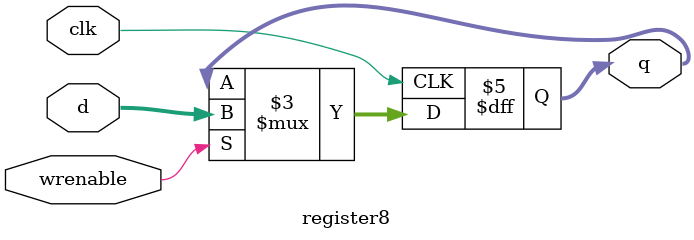
<source format=v>
module register8
#(parameter width = 4)
(
output reg	[width-1:0]q,
input		[width-1:0]d,
input		wrenable,
input		clk
);
    initial begin
    end
    always @(posedge clk) begin
        if(wrenable) begin
            q <= d;
        end
    end

endmodule

</source>
